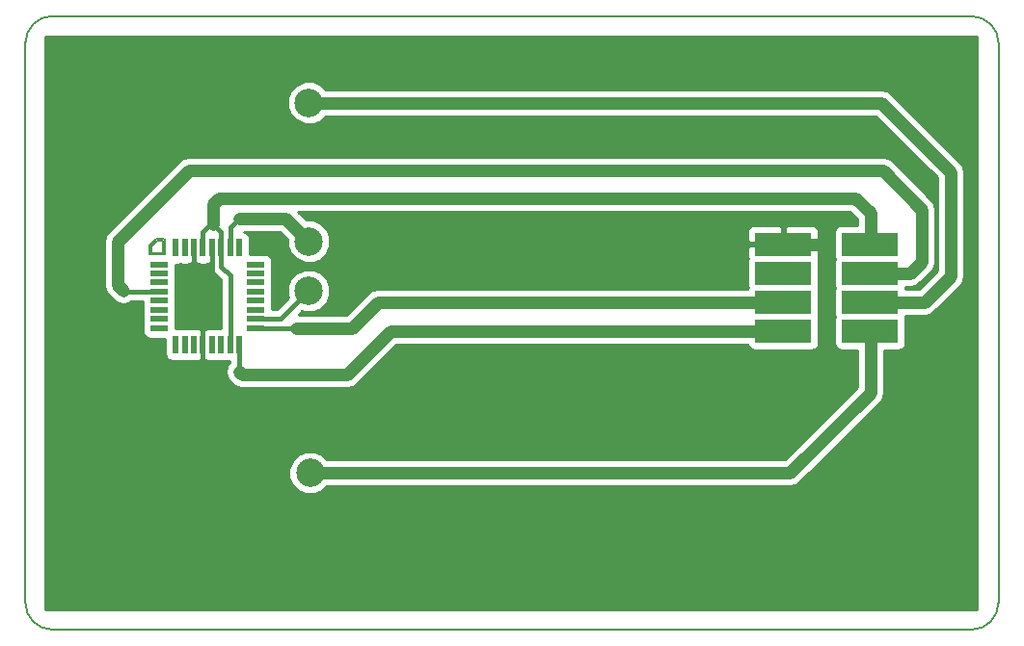
<source format=gbr>
%TF.GenerationSoftware,KiCad,Pcbnew,4.0.2+dfsg1-stable*%
%TF.CreationDate,2018-05-09T16:15:41+02:00*%
%TF.ProjectId,carte_7816,63617274655F373831362E6B69636164,rev?*%
%TF.FileFunction,Copper,L2,Bot,Signal*%
%FSLAX46Y46*%
G04 Gerber Fmt 4.6, Leading zero omitted, Abs format (unit mm)*
G04 Created by KiCad (PCBNEW 4.0.2+dfsg1-stable) date mer. 09 mai 2018 16:15:41 CEST*
%MOMM*%
G01*
G04 APERTURE LIST*
%ADD10C,0.100000*%
%ADD11C,0.150000*%
%ADD12R,0.550000X1.600000*%
%ADD13R,1.600000X0.550000*%
%ADD14C,2.499360*%
%ADD15R,5.000000X2.100000*%
%ADD16C,0.200000*%
%ADD17C,0.420000*%
%ADD18C,0.400000*%
%ADD19C,1.100000*%
%ADD20C,0.254000*%
G04 APERTURE END LIST*
D10*
D11*
X85471000Y51562000D02*
X85471000Y2413000D01*
X2413000Y0D02*
X83058000Y0D01*
X0Y51562000D02*
X0Y2413000D01*
X83058000Y53975000D02*
X2413000Y53975000D01*
X83058000Y0D02*
G75*
G03X85471000Y2413000I0J2413000D01*
G01*
X0Y2413000D02*
G75*
G03X2413000Y0I2413000J0D01*
G01*
X2413000Y53975000D02*
G75*
G03X0Y51562000I0J-2413000D01*
G01*
X85471000Y51562000D02*
G75*
G03X83058000Y53975000I-2413000J0D01*
G01*
D12*
X13202000Y33587000D03*
X14002000Y33587000D03*
X14802000Y33587000D03*
X15602000Y33587000D03*
X16402000Y33587000D03*
X17202000Y33587000D03*
X18002000Y33587000D03*
X18802000Y33587000D03*
D13*
X20252000Y32137000D03*
X20252000Y31337000D03*
X20252000Y30537000D03*
X20252000Y29737000D03*
X20252000Y28937000D03*
X20252000Y28137000D03*
X20252000Y27337000D03*
X20252000Y26537000D03*
D12*
X18802000Y25087000D03*
X18002000Y25087000D03*
X17202000Y25087000D03*
X16402000Y25087000D03*
X15602000Y25087000D03*
X14802000Y25087000D03*
X14002000Y25087000D03*
X13202000Y25087000D03*
D13*
X11752000Y26537000D03*
X11752000Y27337000D03*
X11752000Y28137000D03*
X11752000Y28937000D03*
X11752000Y29737000D03*
X11752000Y30537000D03*
X11752000Y31337000D03*
X11752000Y32137000D03*
D14*
X24892000Y46355000D03*
X24892000Y34163000D03*
X25019000Y13792200D03*
X24892000Y29819600D03*
D15*
X74168000Y33909000D03*
X74168000Y31369000D03*
X74168000Y28829000D03*
X74168000Y26289000D03*
X66548000Y33909000D03*
X66548000Y31369000D03*
X66548000Y28829000D03*
X66548000Y26289000D03*
D16*
X12128500Y34226500D02*
X12128500Y33020000D01*
X12128500Y33020000D02*
X12065000Y33083500D01*
X12065000Y33083500D02*
X11112500Y33083500D01*
X11112500Y33083500D02*
X11049000Y33147000D01*
X11049000Y33147000D02*
X11049000Y33718500D01*
X11049000Y33718500D02*
X11557000Y34226500D01*
X11557000Y34226500D02*
X12128500Y34226500D01*
X12192000Y34353500D02*
X11493500Y34353500D01*
X11493500Y34353500D02*
X10922000Y33782000D01*
X10922000Y33782000D02*
X10922000Y33020000D01*
X10922000Y33020000D02*
X12255500Y33020000D01*
X12255500Y33020000D02*
X12255500Y34353500D01*
D17*
X17202000Y33587000D02*
X17202000Y34995000D01*
X17202000Y34995000D02*
X16510000Y35687000D01*
D18*
X17202000Y33587000D02*
X17202000Y31947000D01*
X17202000Y31947000D02*
X18002000Y31147000D01*
X18002000Y31147000D02*
X18002000Y25087000D01*
X16510000Y35687000D02*
X16281400Y35687000D01*
X15602000Y35007600D02*
X15602000Y33587000D01*
X16281400Y35687000D02*
X15602000Y35007600D01*
X17202000Y34995000D02*
X16510000Y35687000D01*
D19*
X16510000Y35687000D02*
X16510000Y37465000D01*
D16*
X17202000Y34995000D02*
X16510000Y35687000D01*
D19*
X74213100Y33860000D02*
X74213100Y36657900D01*
X74213100Y36657900D02*
X72898000Y37973000D01*
X17018000Y37973000D02*
X16510000Y37465000D01*
X72898000Y37973000D02*
X17018000Y37973000D01*
D16*
X18002000Y31147000D02*
X18002000Y25087000D01*
X17202000Y31947000D02*
X18002000Y31147000D01*
D17*
X15602000Y25087000D02*
X15602000Y21698000D01*
X16402000Y33587000D02*
X16402000Y30029000D01*
X16402000Y30029000D02*
X15602000Y29229000D01*
X14802000Y33587000D02*
X14802000Y30029000D01*
X14802000Y30029000D02*
X14998700Y29832300D01*
X14998700Y29832300D02*
X15602000Y29229000D01*
X15602000Y25087000D02*
X15602000Y29229000D01*
D18*
X14802000Y30029000D02*
X15602000Y29229000D01*
X15602000Y29229000D02*
X16402000Y30029000D01*
X15602000Y21698000D02*
X15595600Y21691600D01*
D19*
X70381600Y33860000D02*
X70358000Y33836400D01*
X66593100Y33860000D02*
X70381600Y33860000D01*
X15595600Y20218400D02*
X15595600Y21691600D01*
X17500600Y18313400D02*
X15595600Y20218400D01*
X65176400Y18313400D02*
X17500600Y18313400D01*
X70358000Y23495000D02*
X65176400Y18313400D01*
X70358000Y33836400D02*
X70358000Y23495000D01*
X15595600Y21691600D02*
X15595600Y22098000D01*
D16*
X14802000Y30029000D02*
X15602000Y29229000D01*
X15494000Y24979000D02*
X15602000Y25087000D01*
D17*
X20252000Y27337000D02*
X22409400Y27337000D01*
X22409400Y27337000D02*
X24892000Y29819600D01*
D18*
X22409400Y27337000D02*
X24892000Y29819600D01*
D16*
X24892000Y29819600D02*
X24866600Y29819600D01*
X24866600Y29819600D02*
X22352000Y27305000D01*
X22352000Y27305000D02*
X20284000Y27305000D01*
X20284000Y27305000D02*
X20252000Y27337000D01*
D17*
X20252000Y26537000D02*
X23799800Y26537000D01*
X23799800Y26537000D02*
X23958200Y26695400D01*
X23977600Y26695400D02*
X23799800Y26695400D01*
X23958200Y26695400D02*
X23977600Y26695400D01*
D18*
X20252000Y26537000D02*
X23489000Y26537000D01*
X23799800Y26847800D02*
X23799800Y26695400D01*
X23799800Y26695400D02*
X23799800Y26537000D01*
X23489000Y26537000D02*
X23799800Y26847800D01*
D19*
X23799800Y26537000D02*
X28696000Y26537000D01*
X28696000Y26537000D02*
X30939000Y28780000D01*
X30939000Y28780000D02*
X66593100Y28780000D01*
D16*
X66593100Y28780000D02*
X30939000Y28780000D01*
X30939000Y28780000D02*
X28696000Y26537000D01*
D17*
X18802000Y25087000D02*
X18802000Y22727000D01*
X18802000Y22727000D02*
X18796000Y22733000D01*
D19*
X19050000Y22479000D02*
X18796000Y22733000D01*
X19304000Y22479000D02*
X19050000Y22479000D01*
D18*
X18802000Y22727000D02*
X18802000Y22981000D01*
D19*
X66593100Y26240000D02*
X32053000Y26240000D01*
X32053000Y26240000D02*
X28292000Y22479000D01*
X28292000Y22479000D02*
X19304000Y22479000D01*
D16*
X19304000Y22479000D02*
X28292000Y22479000D01*
X28292000Y22479000D02*
X28448000Y22635000D01*
X28448000Y22635000D02*
X28448000Y22733000D01*
X28448000Y22733000D02*
X28448000Y22635000D01*
X32053000Y26240000D02*
X28448000Y22635000D01*
X19304000Y22479000D02*
X18802000Y22981000D01*
D17*
X18002000Y35401000D02*
X18796000Y36195000D01*
X18002000Y33587000D02*
X18002000Y35401000D01*
X18002000Y35401000D02*
X18288000Y35687000D01*
D19*
X24892000Y34163000D02*
X22860000Y36195000D01*
X22860000Y36195000D02*
X18796000Y36195000D01*
D16*
X18034000Y35433000D02*
X18034000Y33619000D01*
X18796000Y36195000D02*
X18288000Y35687000D01*
X18288000Y35687000D02*
X18034000Y35433000D01*
X22860000Y36195000D02*
X18796000Y36195000D01*
X18034000Y33619000D02*
X18002000Y33587000D01*
D19*
X74676000Y40386000D02*
X75311000Y40386000D01*
X8128000Y30353000D02*
X8636000Y29845000D01*
X78740000Y32385000D02*
X78740000Y36957000D01*
X77675000Y31320000D02*
X78740000Y32385000D01*
X74213100Y31320000D02*
X77675000Y31320000D01*
X8128000Y33909000D02*
X8128000Y30353000D01*
X74676000Y40386000D02*
X15240000Y40386000D01*
X14351000Y40386000D02*
X8128000Y34163000D01*
X8128000Y34163000D02*
X8128000Y33909000D01*
X15240000Y40386000D02*
X14351000Y40386000D01*
X75311000Y40386000D02*
X78740000Y36957000D01*
D18*
X11752000Y29737000D02*
X8744000Y29737000D01*
X8744000Y29737000D02*
X8636000Y29845000D01*
D16*
X11752000Y29737000D02*
X8274000Y29737000D01*
X8274000Y29737000D02*
X8382000Y29845000D01*
X8382000Y29845000D02*
X8636000Y29845000D01*
D19*
X74213100Y28780000D02*
X78945000Y28780000D01*
X75184000Y46355000D02*
X24892000Y46355000D01*
X81280000Y40259000D02*
X75184000Y46355000D01*
X81280000Y31115000D02*
X81280000Y40259000D01*
X78945000Y28780000D02*
X81280000Y31115000D01*
X74213100Y26240000D02*
X74213100Y20847700D01*
X67157600Y13792200D02*
X25019000Y13792200D01*
X74213100Y20847700D02*
X67157600Y13792200D01*
D20*
G36*
X83566000Y1778000D02*
X1778000Y1778000D01*
X1778000Y34163000D01*
X6942999Y34163000D01*
X6943000Y34162995D01*
X6943000Y30353005D01*
X6942999Y30353000D01*
X7033203Y29899520D01*
X7290078Y29515078D01*
X7798078Y29007079D01*
X8182520Y28750203D01*
X8636000Y28660000D01*
X9089479Y28750203D01*
X9316659Y28902000D01*
X10304560Y28902000D01*
X10304560Y28662000D01*
X10328944Y28532411D01*
X10304560Y28412000D01*
X10304560Y27862000D01*
X10328944Y27732411D01*
X10304560Y27612000D01*
X10304560Y27062000D01*
X10328944Y26932411D01*
X10304560Y26812000D01*
X10304560Y26262000D01*
X10348838Y26026683D01*
X10487910Y25810559D01*
X10700110Y25665569D01*
X10952000Y25614560D01*
X12279560Y25614560D01*
X12279560Y24287000D01*
X12323838Y24051683D01*
X12462910Y23835559D01*
X12675110Y23690569D01*
X12927000Y23639560D01*
X13477000Y23639560D01*
X13606589Y23663944D01*
X13727000Y23639560D01*
X14277000Y23639560D01*
X14406589Y23663944D01*
X14527000Y23639560D01*
X15077000Y23639560D01*
X15182705Y23659450D01*
X15200690Y23652000D01*
X15316250Y23652000D01*
X15412651Y23748401D01*
X15528441Y23822910D01*
X15601884Y23930397D01*
X15662910Y23835559D01*
X15793245Y23746505D01*
X15887750Y23652000D01*
X16003310Y23652000D01*
X16023753Y23660468D01*
X16127000Y23639560D01*
X16677000Y23639560D01*
X16806589Y23663944D01*
X16927000Y23639560D01*
X17477000Y23639560D01*
X17606589Y23663944D01*
X17727000Y23639560D01*
X17957000Y23639560D01*
X17957000Y23569309D01*
X17701203Y23186480D01*
X17610999Y22733000D01*
X17701203Y22279520D01*
X17958078Y21895078D01*
X18212076Y21641081D01*
X18212078Y21641078D01*
X18596520Y21384203D01*
X19050000Y21294000D01*
X28291995Y21294000D01*
X28292000Y21293999D01*
X28745480Y21384203D01*
X29129922Y21641078D01*
X32543843Y25055000D01*
X63435182Y25055000D01*
X63444838Y25003683D01*
X63583910Y24787559D01*
X63796110Y24642569D01*
X64048000Y24591560D01*
X69048000Y24591560D01*
X69283317Y24635838D01*
X69499441Y24774910D01*
X69644431Y24987110D01*
X69695440Y25239000D01*
X69695440Y27339000D01*
X69652524Y27567076D01*
X69695440Y27779000D01*
X69695440Y29879000D01*
X69652524Y30107076D01*
X69695440Y30319000D01*
X69695440Y32419000D01*
X69651162Y32654317D01*
X69650782Y32654908D01*
X69683000Y32732690D01*
X69683000Y33623250D01*
X69524250Y33782000D01*
X66675000Y33782000D01*
X66675000Y33762000D01*
X66421000Y33762000D01*
X66421000Y33782000D01*
X63571750Y33782000D01*
X63413000Y33623250D01*
X63413000Y32732690D01*
X63447310Y32649858D01*
X63400560Y32419000D01*
X63400560Y30319000D01*
X63443476Y30090924D01*
X63417975Y29965000D01*
X30939005Y29965000D01*
X30939000Y29965001D01*
X30485520Y29874797D01*
X30101078Y29617922D01*
X28205156Y27722000D01*
X23989410Y27722000D01*
X24294439Y28027028D01*
X24515469Y27935248D01*
X25265241Y27934594D01*
X25958191Y28220914D01*
X26488822Y28750621D01*
X26776352Y29443069D01*
X26777006Y30192841D01*
X26490686Y30885791D01*
X25960979Y31416422D01*
X25268531Y31703952D01*
X24518759Y31704606D01*
X23825809Y31418286D01*
X23295178Y30888579D01*
X23007648Y30196131D01*
X23006994Y29446359D01*
X23099607Y29222218D01*
X22059390Y28182000D01*
X21699440Y28182000D01*
X21699440Y28412000D01*
X21675056Y28541589D01*
X21699440Y28662000D01*
X21699440Y29212000D01*
X21675056Y29341589D01*
X21699440Y29462000D01*
X21699440Y30012000D01*
X21675056Y30141589D01*
X21699440Y30262000D01*
X21699440Y30812000D01*
X21675056Y30941589D01*
X21699440Y31062000D01*
X21699440Y31612000D01*
X21675056Y31741589D01*
X21699440Y31862000D01*
X21699440Y32412000D01*
X21655162Y32647317D01*
X21516090Y32863441D01*
X21303890Y33008431D01*
X21052000Y33059440D01*
X19724440Y33059440D01*
X19724440Y34387000D01*
X19680162Y34622317D01*
X19541090Y34838441D01*
X19328890Y34983431D01*
X19197688Y35010000D01*
X22369156Y35010000D01*
X23007502Y34371654D01*
X23006994Y33789759D01*
X23293314Y33096809D01*
X23823021Y32566178D01*
X24515469Y32278648D01*
X25265241Y32277994D01*
X25958191Y32564314D01*
X26488822Y33094021D01*
X26776352Y33786469D01*
X26777006Y34536241D01*
X26550137Y35085310D01*
X63413000Y35085310D01*
X63413000Y34194750D01*
X63571750Y34036000D01*
X66421000Y34036000D01*
X66421000Y35435250D01*
X66675000Y35435250D01*
X66675000Y34036000D01*
X69524250Y34036000D01*
X69683000Y34194750D01*
X69683000Y35085310D01*
X69586327Y35318699D01*
X69407698Y35497327D01*
X69174309Y35594000D01*
X66833750Y35594000D01*
X66675000Y35435250D01*
X66421000Y35435250D01*
X66262250Y35594000D01*
X63921691Y35594000D01*
X63688302Y35497327D01*
X63509673Y35318699D01*
X63413000Y35085310D01*
X26550137Y35085310D01*
X26490686Y35229191D01*
X25960979Y35759822D01*
X25268531Y36047352D01*
X24682981Y36047863D01*
X23942844Y36788000D01*
X72407156Y36788000D01*
X73028100Y36167057D01*
X73028100Y35606440D01*
X71668000Y35606440D01*
X71432683Y35562162D01*
X71216559Y35423090D01*
X71071569Y35210890D01*
X71020560Y34959000D01*
X71020560Y32859000D01*
X71063476Y32630924D01*
X71020560Y32419000D01*
X71020560Y30319000D01*
X71063476Y30090924D01*
X71020560Y29879000D01*
X71020560Y27779000D01*
X71063476Y27550924D01*
X71020560Y27339000D01*
X71020560Y25239000D01*
X71064838Y25003683D01*
X71203910Y24787559D01*
X71416110Y24642569D01*
X71668000Y24591560D01*
X73028100Y24591560D01*
X73028100Y21338543D01*
X66666756Y14977200D01*
X26499084Y14977200D01*
X26087979Y15389022D01*
X25395531Y15676552D01*
X24645759Y15677206D01*
X23952809Y15390886D01*
X23422178Y14861179D01*
X23134648Y14168731D01*
X23133994Y13418959D01*
X23420314Y12726009D01*
X23950021Y12195378D01*
X24642469Y11907848D01*
X25392241Y11907194D01*
X26085191Y12193514D01*
X26499599Y12607200D01*
X67157595Y12607200D01*
X67157600Y12607199D01*
X67611080Y12697403D01*
X67995522Y12954278D01*
X75051019Y20009776D01*
X75051022Y20009778D01*
X75307897Y20394220D01*
X75322863Y20469458D01*
X75398101Y20847700D01*
X75398100Y20847705D01*
X75398100Y24591560D01*
X76668000Y24591560D01*
X76903317Y24635838D01*
X77119441Y24774910D01*
X77264431Y24987110D01*
X77315440Y25239000D01*
X77315440Y27339000D01*
X77272524Y27567076D01*
X77278179Y27595000D01*
X78944995Y27595000D01*
X78945000Y27594999D01*
X79398480Y27685203D01*
X79782922Y27942078D01*
X82117919Y30277076D01*
X82117922Y30277078D01*
X82374797Y30661520D01*
X82389763Y30736758D01*
X82465001Y31115000D01*
X82465000Y31115005D01*
X82465000Y40258995D01*
X82465001Y40259000D01*
X82374797Y40712480D01*
X82117922Y41096922D01*
X82117919Y41096924D01*
X76021922Y47192922D01*
X75637480Y47449797D01*
X75184000Y47540001D01*
X75183995Y47540000D01*
X26372084Y47540000D01*
X25960979Y47951822D01*
X25268531Y48239352D01*
X24518759Y48240006D01*
X23825809Y47953686D01*
X23295178Y47423979D01*
X23007648Y46731531D01*
X23006994Y45981759D01*
X23293314Y45288809D01*
X23823021Y44758178D01*
X24515469Y44470648D01*
X25265241Y44469994D01*
X25958191Y44756314D01*
X26372599Y45170000D01*
X74693156Y45170000D01*
X80095000Y39768157D01*
X80095000Y31605843D01*
X78454156Y29965000D01*
X77299258Y29965000D01*
X77272524Y30107076D01*
X77278179Y30135000D01*
X77674995Y30135000D01*
X77675000Y30134999D01*
X78128480Y30225203D01*
X78512922Y30482078D01*
X79577919Y31547076D01*
X79577922Y31547078D01*
X79834797Y31931520D01*
X79925000Y32385000D01*
X79925000Y36957000D01*
X79834797Y37410480D01*
X79577922Y37794922D01*
X79577919Y37794924D01*
X76148922Y41223922D01*
X75764480Y41480797D01*
X75311000Y41571001D01*
X75310995Y41571000D01*
X14351005Y41571000D01*
X14351000Y41571001D01*
X13897520Y41480797D01*
X13513078Y41223922D01*
X7290078Y35000922D01*
X7033203Y34616480D01*
X6942999Y34163000D01*
X1778000Y34163000D01*
X1778000Y52197000D01*
X83566000Y52197000D01*
X83566000Y1778000D01*
X83566000Y1778000D01*
G37*
X83566000Y1778000D02*
X1778000Y1778000D01*
X1778000Y34163000D01*
X6942999Y34163000D01*
X6943000Y34162995D01*
X6943000Y30353005D01*
X6942999Y30353000D01*
X7033203Y29899520D01*
X7290078Y29515078D01*
X7798078Y29007079D01*
X8182520Y28750203D01*
X8636000Y28660000D01*
X9089479Y28750203D01*
X9316659Y28902000D01*
X10304560Y28902000D01*
X10304560Y28662000D01*
X10328944Y28532411D01*
X10304560Y28412000D01*
X10304560Y27862000D01*
X10328944Y27732411D01*
X10304560Y27612000D01*
X10304560Y27062000D01*
X10328944Y26932411D01*
X10304560Y26812000D01*
X10304560Y26262000D01*
X10348838Y26026683D01*
X10487910Y25810559D01*
X10700110Y25665569D01*
X10952000Y25614560D01*
X12279560Y25614560D01*
X12279560Y24287000D01*
X12323838Y24051683D01*
X12462910Y23835559D01*
X12675110Y23690569D01*
X12927000Y23639560D01*
X13477000Y23639560D01*
X13606589Y23663944D01*
X13727000Y23639560D01*
X14277000Y23639560D01*
X14406589Y23663944D01*
X14527000Y23639560D01*
X15077000Y23639560D01*
X15182705Y23659450D01*
X15200690Y23652000D01*
X15316250Y23652000D01*
X15412651Y23748401D01*
X15528441Y23822910D01*
X15601884Y23930397D01*
X15662910Y23835559D01*
X15793245Y23746505D01*
X15887750Y23652000D01*
X16003310Y23652000D01*
X16023753Y23660468D01*
X16127000Y23639560D01*
X16677000Y23639560D01*
X16806589Y23663944D01*
X16927000Y23639560D01*
X17477000Y23639560D01*
X17606589Y23663944D01*
X17727000Y23639560D01*
X17957000Y23639560D01*
X17957000Y23569309D01*
X17701203Y23186480D01*
X17610999Y22733000D01*
X17701203Y22279520D01*
X17958078Y21895078D01*
X18212076Y21641081D01*
X18212078Y21641078D01*
X18596520Y21384203D01*
X19050000Y21294000D01*
X28291995Y21294000D01*
X28292000Y21293999D01*
X28745480Y21384203D01*
X29129922Y21641078D01*
X32543843Y25055000D01*
X63435182Y25055000D01*
X63444838Y25003683D01*
X63583910Y24787559D01*
X63796110Y24642569D01*
X64048000Y24591560D01*
X69048000Y24591560D01*
X69283317Y24635838D01*
X69499441Y24774910D01*
X69644431Y24987110D01*
X69695440Y25239000D01*
X69695440Y27339000D01*
X69652524Y27567076D01*
X69695440Y27779000D01*
X69695440Y29879000D01*
X69652524Y30107076D01*
X69695440Y30319000D01*
X69695440Y32419000D01*
X69651162Y32654317D01*
X69650782Y32654908D01*
X69683000Y32732690D01*
X69683000Y33623250D01*
X69524250Y33782000D01*
X66675000Y33782000D01*
X66675000Y33762000D01*
X66421000Y33762000D01*
X66421000Y33782000D01*
X63571750Y33782000D01*
X63413000Y33623250D01*
X63413000Y32732690D01*
X63447310Y32649858D01*
X63400560Y32419000D01*
X63400560Y30319000D01*
X63443476Y30090924D01*
X63417975Y29965000D01*
X30939005Y29965000D01*
X30939000Y29965001D01*
X30485520Y29874797D01*
X30101078Y29617922D01*
X28205156Y27722000D01*
X23989410Y27722000D01*
X24294439Y28027028D01*
X24515469Y27935248D01*
X25265241Y27934594D01*
X25958191Y28220914D01*
X26488822Y28750621D01*
X26776352Y29443069D01*
X26777006Y30192841D01*
X26490686Y30885791D01*
X25960979Y31416422D01*
X25268531Y31703952D01*
X24518759Y31704606D01*
X23825809Y31418286D01*
X23295178Y30888579D01*
X23007648Y30196131D01*
X23006994Y29446359D01*
X23099607Y29222218D01*
X22059390Y28182000D01*
X21699440Y28182000D01*
X21699440Y28412000D01*
X21675056Y28541589D01*
X21699440Y28662000D01*
X21699440Y29212000D01*
X21675056Y29341589D01*
X21699440Y29462000D01*
X21699440Y30012000D01*
X21675056Y30141589D01*
X21699440Y30262000D01*
X21699440Y30812000D01*
X21675056Y30941589D01*
X21699440Y31062000D01*
X21699440Y31612000D01*
X21675056Y31741589D01*
X21699440Y31862000D01*
X21699440Y32412000D01*
X21655162Y32647317D01*
X21516090Y32863441D01*
X21303890Y33008431D01*
X21052000Y33059440D01*
X19724440Y33059440D01*
X19724440Y34387000D01*
X19680162Y34622317D01*
X19541090Y34838441D01*
X19328890Y34983431D01*
X19197688Y35010000D01*
X22369156Y35010000D01*
X23007502Y34371654D01*
X23006994Y33789759D01*
X23293314Y33096809D01*
X23823021Y32566178D01*
X24515469Y32278648D01*
X25265241Y32277994D01*
X25958191Y32564314D01*
X26488822Y33094021D01*
X26776352Y33786469D01*
X26777006Y34536241D01*
X26550137Y35085310D01*
X63413000Y35085310D01*
X63413000Y34194750D01*
X63571750Y34036000D01*
X66421000Y34036000D01*
X66421000Y35435250D01*
X66675000Y35435250D01*
X66675000Y34036000D01*
X69524250Y34036000D01*
X69683000Y34194750D01*
X69683000Y35085310D01*
X69586327Y35318699D01*
X69407698Y35497327D01*
X69174309Y35594000D01*
X66833750Y35594000D01*
X66675000Y35435250D01*
X66421000Y35435250D01*
X66262250Y35594000D01*
X63921691Y35594000D01*
X63688302Y35497327D01*
X63509673Y35318699D01*
X63413000Y35085310D01*
X26550137Y35085310D01*
X26490686Y35229191D01*
X25960979Y35759822D01*
X25268531Y36047352D01*
X24682981Y36047863D01*
X23942844Y36788000D01*
X72407156Y36788000D01*
X73028100Y36167057D01*
X73028100Y35606440D01*
X71668000Y35606440D01*
X71432683Y35562162D01*
X71216559Y35423090D01*
X71071569Y35210890D01*
X71020560Y34959000D01*
X71020560Y32859000D01*
X71063476Y32630924D01*
X71020560Y32419000D01*
X71020560Y30319000D01*
X71063476Y30090924D01*
X71020560Y29879000D01*
X71020560Y27779000D01*
X71063476Y27550924D01*
X71020560Y27339000D01*
X71020560Y25239000D01*
X71064838Y25003683D01*
X71203910Y24787559D01*
X71416110Y24642569D01*
X71668000Y24591560D01*
X73028100Y24591560D01*
X73028100Y21338543D01*
X66666756Y14977200D01*
X26499084Y14977200D01*
X26087979Y15389022D01*
X25395531Y15676552D01*
X24645759Y15677206D01*
X23952809Y15390886D01*
X23422178Y14861179D01*
X23134648Y14168731D01*
X23133994Y13418959D01*
X23420314Y12726009D01*
X23950021Y12195378D01*
X24642469Y11907848D01*
X25392241Y11907194D01*
X26085191Y12193514D01*
X26499599Y12607200D01*
X67157595Y12607200D01*
X67157600Y12607199D01*
X67611080Y12697403D01*
X67995522Y12954278D01*
X75051019Y20009776D01*
X75051022Y20009778D01*
X75307897Y20394220D01*
X75322863Y20469458D01*
X75398101Y20847700D01*
X75398100Y20847705D01*
X75398100Y24591560D01*
X76668000Y24591560D01*
X76903317Y24635838D01*
X77119441Y24774910D01*
X77264431Y24987110D01*
X77315440Y25239000D01*
X77315440Y27339000D01*
X77272524Y27567076D01*
X77278179Y27595000D01*
X78944995Y27595000D01*
X78945000Y27594999D01*
X79398480Y27685203D01*
X79782922Y27942078D01*
X82117919Y30277076D01*
X82117922Y30277078D01*
X82374797Y30661520D01*
X82389763Y30736758D01*
X82465001Y31115000D01*
X82465000Y31115005D01*
X82465000Y40258995D01*
X82465001Y40259000D01*
X82374797Y40712480D01*
X82117922Y41096922D01*
X82117919Y41096924D01*
X76021922Y47192922D01*
X75637480Y47449797D01*
X75184000Y47540001D01*
X75183995Y47540000D01*
X26372084Y47540000D01*
X25960979Y47951822D01*
X25268531Y48239352D01*
X24518759Y48240006D01*
X23825809Y47953686D01*
X23295178Y47423979D01*
X23007648Y46731531D01*
X23006994Y45981759D01*
X23293314Y45288809D01*
X23823021Y44758178D01*
X24515469Y44470648D01*
X25265241Y44469994D01*
X25958191Y44756314D01*
X26372599Y45170000D01*
X74693156Y45170000D01*
X80095000Y39768157D01*
X80095000Y31605843D01*
X78454156Y29965000D01*
X77299258Y29965000D01*
X77272524Y30107076D01*
X77278179Y30135000D01*
X77674995Y30135000D01*
X77675000Y30134999D01*
X78128480Y30225203D01*
X78512922Y30482078D01*
X79577919Y31547076D01*
X79577922Y31547078D01*
X79834797Y31931520D01*
X79925000Y32385000D01*
X79925000Y36957000D01*
X79834797Y37410480D01*
X79577922Y37794922D01*
X79577919Y37794924D01*
X76148922Y41223922D01*
X75764480Y41480797D01*
X75311000Y41571001D01*
X75310995Y41571000D01*
X14351005Y41571000D01*
X14351000Y41571001D01*
X13897520Y41480797D01*
X13513078Y41223922D01*
X7290078Y35000922D01*
X7033203Y34616480D01*
X6942999Y34163000D01*
X1778000Y34163000D01*
X1778000Y52197000D01*
X83566000Y52197000D01*
X83566000Y1778000D01*
G36*
X14862910Y32335559D02*
X14993245Y32246505D01*
X15087750Y32152000D01*
X15203310Y32152000D01*
X15223753Y32160468D01*
X15327000Y32139560D01*
X15877000Y32139560D01*
X15982705Y32159450D01*
X16000690Y32152000D01*
X16116250Y32152000D01*
X16212651Y32248401D01*
X16274998Y32288520D01*
X16274998Y32152000D01*
X16367000Y32152000D01*
X16367000Y31947000D01*
X16430561Y31627459D01*
X16575489Y31410559D01*
X16611566Y31356566D01*
X17167000Y30801132D01*
X17167000Y26534440D01*
X16927000Y26534440D01*
X16797411Y26510056D01*
X16677000Y26534440D01*
X16127000Y26534440D01*
X16021295Y26514550D01*
X16003310Y26522000D01*
X15887750Y26522000D01*
X15791349Y26425599D01*
X15675559Y26351090D01*
X15602116Y26243603D01*
X15541090Y26338441D01*
X15410755Y26427495D01*
X15316250Y26522000D01*
X15200690Y26522000D01*
X15180247Y26513532D01*
X15077000Y26534440D01*
X14527000Y26534440D01*
X14397411Y26510056D01*
X14277000Y26534440D01*
X13727000Y26534440D01*
X13597411Y26510056D01*
X13477000Y26534440D01*
X13199440Y26534440D01*
X13199440Y26812000D01*
X13175056Y26941589D01*
X13199440Y27062000D01*
X13199440Y27612000D01*
X13175056Y27741589D01*
X13199440Y27862000D01*
X13199440Y28412000D01*
X13175056Y28541589D01*
X13199440Y28662000D01*
X13199440Y29212000D01*
X13175056Y29341589D01*
X13199440Y29462000D01*
X13199440Y30012000D01*
X13175056Y30141589D01*
X13199440Y30262000D01*
X13199440Y30812000D01*
X13175056Y30941589D01*
X13199440Y31062000D01*
X13199440Y31612000D01*
X13175056Y31741589D01*
X13199440Y31862000D01*
X13199440Y32139560D01*
X13477000Y32139560D01*
X13606589Y32163944D01*
X13727000Y32139560D01*
X14277000Y32139560D01*
X14382705Y32159450D01*
X14400690Y32152000D01*
X14516250Y32152000D01*
X14612651Y32248401D01*
X14728441Y32322910D01*
X14801884Y32430397D01*
X14862910Y32335559D01*
X14862910Y32335559D01*
G37*
X14862910Y32335559D02*
X14993245Y32246505D01*
X15087750Y32152000D01*
X15203310Y32152000D01*
X15223753Y32160468D01*
X15327000Y32139560D01*
X15877000Y32139560D01*
X15982705Y32159450D01*
X16000690Y32152000D01*
X16116250Y32152000D01*
X16212651Y32248401D01*
X16274998Y32288520D01*
X16274998Y32152000D01*
X16367000Y32152000D01*
X16367000Y31947000D01*
X16430561Y31627459D01*
X16575489Y31410559D01*
X16611566Y31356566D01*
X17167000Y30801132D01*
X17167000Y26534440D01*
X16927000Y26534440D01*
X16797411Y26510056D01*
X16677000Y26534440D01*
X16127000Y26534440D01*
X16021295Y26514550D01*
X16003310Y26522000D01*
X15887750Y26522000D01*
X15791349Y26425599D01*
X15675559Y26351090D01*
X15602116Y26243603D01*
X15541090Y26338441D01*
X15410755Y26427495D01*
X15316250Y26522000D01*
X15200690Y26522000D01*
X15180247Y26513532D01*
X15077000Y26534440D01*
X14527000Y26534440D01*
X14397411Y26510056D01*
X14277000Y26534440D01*
X13727000Y26534440D01*
X13597411Y26510056D01*
X13477000Y26534440D01*
X13199440Y26534440D01*
X13199440Y26812000D01*
X13175056Y26941589D01*
X13199440Y27062000D01*
X13199440Y27612000D01*
X13175056Y27741589D01*
X13199440Y27862000D01*
X13199440Y28412000D01*
X13175056Y28541589D01*
X13199440Y28662000D01*
X13199440Y29212000D01*
X13175056Y29341589D01*
X13199440Y29462000D01*
X13199440Y30012000D01*
X13175056Y30141589D01*
X13199440Y30262000D01*
X13199440Y30812000D01*
X13175056Y30941589D01*
X13199440Y31062000D01*
X13199440Y31612000D01*
X13175056Y31741589D01*
X13199440Y31862000D01*
X13199440Y32139560D01*
X13477000Y32139560D01*
X13606589Y32163944D01*
X13727000Y32139560D01*
X14277000Y32139560D01*
X14382705Y32159450D01*
X14400690Y32152000D01*
X14516250Y32152000D01*
X14612651Y32248401D01*
X14728441Y32322910D01*
X14801884Y32430397D01*
X14862910Y32335559D01*
M02*

</source>
